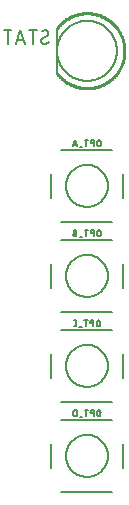
<source format=gbr>
G04 EAGLE Gerber X2 export*
%TF.Part,Single*%
%TF.FileFunction,Legend,Bot,1*%
%TF.FilePolarity,Positive*%
%TF.GenerationSoftware,Autodesk,EAGLE,8.7.0*%
%TF.CreationDate,2018-05-28T14:24:44Z*%
G75*
%MOMM*%
%FSLAX34Y34*%
%LPD*%
%AMOC8*
5,1,8,0,0,1.08239X$1,22.5*%
G01*
%ADD10C,0.203200*%
%ADD11C,0.127000*%
%ADD12C,0.254000*%
%ADD13C,0.152400*%


D10*
X130810Y462280D02*
X173990Y462280D01*
X173990Y401320D02*
X130810Y401320D01*
X121920Y421640D02*
X121920Y441780D01*
X182880Y442080D02*
X182880Y421640D01*
X134620Y431800D02*
X134625Y432236D01*
X134641Y432672D01*
X134668Y433108D01*
X134706Y433543D01*
X134754Y433976D01*
X134812Y434409D01*
X134882Y434840D01*
X134962Y435269D01*
X135052Y435696D01*
X135153Y436120D01*
X135264Y436542D01*
X135386Y436961D01*
X135517Y437377D01*
X135659Y437790D01*
X135811Y438199D01*
X135973Y438604D01*
X136145Y439005D01*
X136327Y439402D01*
X136518Y439794D01*
X136719Y440181D01*
X136930Y440564D01*
X137150Y440941D01*
X137379Y441312D01*
X137616Y441678D01*
X137863Y442038D01*
X138119Y442392D01*
X138383Y442739D01*
X138656Y443080D01*
X138937Y443413D01*
X139226Y443740D01*
X139523Y444060D01*
X139828Y444372D01*
X140140Y444677D01*
X140460Y444974D01*
X140787Y445263D01*
X141120Y445544D01*
X141461Y445817D01*
X141808Y446081D01*
X142162Y446337D01*
X142522Y446584D01*
X142888Y446821D01*
X143259Y447050D01*
X143636Y447270D01*
X144019Y447481D01*
X144406Y447682D01*
X144798Y447873D01*
X145195Y448055D01*
X145596Y448227D01*
X146001Y448389D01*
X146410Y448541D01*
X146823Y448683D01*
X147239Y448814D01*
X147658Y448936D01*
X148080Y449047D01*
X148504Y449148D01*
X148931Y449238D01*
X149360Y449318D01*
X149791Y449388D01*
X150224Y449446D01*
X150657Y449494D01*
X151092Y449532D01*
X151528Y449559D01*
X151964Y449575D01*
X152400Y449580D01*
X152836Y449575D01*
X153272Y449559D01*
X153708Y449532D01*
X154143Y449494D01*
X154576Y449446D01*
X155009Y449388D01*
X155440Y449318D01*
X155869Y449238D01*
X156296Y449148D01*
X156720Y449047D01*
X157142Y448936D01*
X157561Y448814D01*
X157977Y448683D01*
X158390Y448541D01*
X158799Y448389D01*
X159204Y448227D01*
X159605Y448055D01*
X160002Y447873D01*
X160394Y447682D01*
X160781Y447481D01*
X161164Y447270D01*
X161541Y447050D01*
X161912Y446821D01*
X162278Y446584D01*
X162638Y446337D01*
X162992Y446081D01*
X163339Y445817D01*
X163680Y445544D01*
X164013Y445263D01*
X164340Y444974D01*
X164660Y444677D01*
X164972Y444372D01*
X165277Y444060D01*
X165574Y443740D01*
X165863Y443413D01*
X166144Y443080D01*
X166417Y442739D01*
X166681Y442392D01*
X166937Y442038D01*
X167184Y441678D01*
X167421Y441312D01*
X167650Y440941D01*
X167870Y440564D01*
X168081Y440181D01*
X168282Y439794D01*
X168473Y439402D01*
X168655Y439005D01*
X168827Y438604D01*
X168989Y438199D01*
X169141Y437790D01*
X169283Y437377D01*
X169414Y436961D01*
X169536Y436542D01*
X169647Y436120D01*
X169748Y435696D01*
X169838Y435269D01*
X169918Y434840D01*
X169988Y434409D01*
X170046Y433976D01*
X170094Y433543D01*
X170132Y433108D01*
X170159Y432672D01*
X170175Y432236D01*
X170180Y431800D01*
X170175Y431364D01*
X170159Y430928D01*
X170132Y430492D01*
X170094Y430057D01*
X170046Y429624D01*
X169988Y429191D01*
X169918Y428760D01*
X169838Y428331D01*
X169748Y427904D01*
X169647Y427480D01*
X169536Y427058D01*
X169414Y426639D01*
X169283Y426223D01*
X169141Y425810D01*
X168989Y425401D01*
X168827Y424996D01*
X168655Y424595D01*
X168473Y424198D01*
X168282Y423806D01*
X168081Y423419D01*
X167870Y423036D01*
X167650Y422659D01*
X167421Y422288D01*
X167184Y421922D01*
X166937Y421562D01*
X166681Y421208D01*
X166417Y420861D01*
X166144Y420520D01*
X165863Y420187D01*
X165574Y419860D01*
X165277Y419540D01*
X164972Y419228D01*
X164660Y418923D01*
X164340Y418626D01*
X164013Y418337D01*
X163680Y418056D01*
X163339Y417783D01*
X162992Y417519D01*
X162638Y417263D01*
X162278Y417016D01*
X161912Y416779D01*
X161541Y416550D01*
X161164Y416330D01*
X160781Y416119D01*
X160394Y415918D01*
X160002Y415727D01*
X159605Y415545D01*
X159204Y415373D01*
X158799Y415211D01*
X158390Y415059D01*
X157977Y414917D01*
X157561Y414786D01*
X157142Y414664D01*
X156720Y414553D01*
X156296Y414452D01*
X155869Y414362D01*
X155440Y414282D01*
X155009Y414212D01*
X154576Y414154D01*
X154143Y414106D01*
X153708Y414068D01*
X153272Y414041D01*
X152836Y414025D01*
X152400Y414020D01*
X151964Y414025D01*
X151528Y414041D01*
X151092Y414068D01*
X150657Y414106D01*
X150224Y414154D01*
X149791Y414212D01*
X149360Y414282D01*
X148931Y414362D01*
X148504Y414452D01*
X148080Y414553D01*
X147658Y414664D01*
X147239Y414786D01*
X146823Y414917D01*
X146410Y415059D01*
X146001Y415211D01*
X145596Y415373D01*
X145195Y415545D01*
X144798Y415727D01*
X144406Y415918D01*
X144019Y416119D01*
X143636Y416330D01*
X143259Y416550D01*
X142888Y416779D01*
X142522Y417016D01*
X142162Y417263D01*
X141808Y417519D01*
X141461Y417783D01*
X141120Y418056D01*
X140787Y418337D01*
X140460Y418626D01*
X140140Y418923D01*
X139828Y419228D01*
X139523Y419540D01*
X139226Y419860D01*
X138937Y420187D01*
X138656Y420520D01*
X138383Y420861D01*
X138119Y421208D01*
X137863Y421562D01*
X137616Y421922D01*
X137379Y422288D01*
X137150Y422659D01*
X136930Y423036D01*
X136719Y423419D01*
X136518Y423806D01*
X136327Y424198D01*
X136145Y424595D01*
X135973Y424996D01*
X135811Y425401D01*
X135659Y425810D01*
X135517Y426223D01*
X135386Y426639D01*
X135264Y427058D01*
X135153Y427480D01*
X135052Y427904D01*
X134962Y428331D01*
X134882Y428760D01*
X134812Y429191D01*
X134754Y429624D01*
X134706Y430057D01*
X134668Y430492D01*
X134641Y430928D01*
X134625Y431364D01*
X134620Y431800D01*
D11*
X163933Y466796D02*
X163933Y468940D01*
X163931Y469011D01*
X163925Y469083D01*
X163916Y469153D01*
X163903Y469223D01*
X163886Y469293D01*
X163865Y469361D01*
X163841Y469428D01*
X163813Y469494D01*
X163782Y469558D01*
X163747Y469621D01*
X163709Y469681D01*
X163668Y469740D01*
X163624Y469796D01*
X163577Y469850D01*
X163528Y469901D01*
X163475Y469949D01*
X163420Y469995D01*
X163363Y470037D01*
X163303Y470077D01*
X163242Y470113D01*
X163178Y470146D01*
X163113Y470175D01*
X163047Y470201D01*
X162979Y470224D01*
X162910Y470243D01*
X162840Y470258D01*
X162770Y470269D01*
X162699Y470277D01*
X162628Y470281D01*
X162556Y470281D01*
X162485Y470277D01*
X162414Y470269D01*
X162344Y470258D01*
X162274Y470243D01*
X162205Y470224D01*
X162137Y470201D01*
X162071Y470175D01*
X162006Y470146D01*
X161942Y470113D01*
X161881Y470077D01*
X161821Y470037D01*
X161764Y469995D01*
X161709Y469949D01*
X161656Y469901D01*
X161607Y469850D01*
X161560Y469796D01*
X161516Y469740D01*
X161475Y469681D01*
X161437Y469621D01*
X161402Y469558D01*
X161371Y469494D01*
X161343Y469428D01*
X161319Y469361D01*
X161298Y469293D01*
X161281Y469223D01*
X161268Y469153D01*
X161259Y469083D01*
X161253Y469011D01*
X161251Y468940D01*
X161252Y468940D02*
X161252Y466796D01*
X161251Y466796D02*
X161253Y466725D01*
X161259Y466653D01*
X161268Y466583D01*
X161281Y466513D01*
X161298Y466443D01*
X161319Y466375D01*
X161343Y466308D01*
X161371Y466242D01*
X161402Y466178D01*
X161437Y466115D01*
X161475Y466055D01*
X161516Y465996D01*
X161560Y465940D01*
X161607Y465886D01*
X161656Y465835D01*
X161709Y465787D01*
X161764Y465741D01*
X161821Y465699D01*
X161881Y465659D01*
X161942Y465623D01*
X162006Y465590D01*
X162071Y465561D01*
X162137Y465535D01*
X162205Y465512D01*
X162274Y465493D01*
X162344Y465478D01*
X162414Y465467D01*
X162485Y465459D01*
X162556Y465455D01*
X162628Y465455D01*
X162699Y465459D01*
X162770Y465467D01*
X162840Y465478D01*
X162910Y465493D01*
X162979Y465512D01*
X163047Y465535D01*
X163113Y465561D01*
X163178Y465590D01*
X163242Y465623D01*
X163303Y465659D01*
X163363Y465699D01*
X163420Y465741D01*
X163475Y465787D01*
X163528Y465835D01*
X163577Y465886D01*
X163624Y465940D01*
X163668Y465996D01*
X163709Y466055D01*
X163747Y466115D01*
X163782Y466178D01*
X163813Y466242D01*
X163841Y466308D01*
X163865Y466375D01*
X163886Y466443D01*
X163903Y466513D01*
X163916Y466583D01*
X163925Y466653D01*
X163931Y466725D01*
X163933Y466796D01*
X158117Y465455D02*
X158117Y470281D01*
X156777Y470281D01*
X156706Y470279D01*
X156634Y470273D01*
X156564Y470264D01*
X156494Y470251D01*
X156424Y470234D01*
X156356Y470213D01*
X156289Y470189D01*
X156223Y470161D01*
X156159Y470130D01*
X156096Y470095D01*
X156036Y470057D01*
X155977Y470016D01*
X155921Y469972D01*
X155867Y469925D01*
X155816Y469876D01*
X155768Y469823D01*
X155722Y469768D01*
X155680Y469711D01*
X155640Y469651D01*
X155604Y469590D01*
X155571Y469526D01*
X155542Y469461D01*
X155516Y469395D01*
X155493Y469327D01*
X155474Y469258D01*
X155459Y469188D01*
X155448Y469118D01*
X155440Y469047D01*
X155436Y468976D01*
X155436Y468904D01*
X155440Y468833D01*
X155448Y468762D01*
X155459Y468692D01*
X155474Y468622D01*
X155493Y468553D01*
X155516Y468485D01*
X155542Y468419D01*
X155571Y468354D01*
X155604Y468290D01*
X155640Y468229D01*
X155680Y468169D01*
X155722Y468112D01*
X155768Y468057D01*
X155816Y468004D01*
X155867Y467955D01*
X155921Y467908D01*
X155977Y467864D01*
X156036Y467823D01*
X156096Y467785D01*
X156159Y467750D01*
X156223Y467719D01*
X156289Y467691D01*
X156356Y467667D01*
X156424Y467646D01*
X156494Y467629D01*
X156564Y467616D01*
X156634Y467607D01*
X156706Y467601D01*
X156777Y467599D01*
X156777Y467600D02*
X158117Y467600D01*
X151985Y465455D02*
X151985Y470281D01*
X150645Y470281D02*
X153326Y470281D01*
X148486Y464919D02*
X146341Y464919D01*
X144084Y465455D02*
X142476Y470281D01*
X140867Y465455D01*
X141269Y466662D02*
X143682Y466662D01*
D10*
X130810Y386080D02*
X173990Y386080D01*
X173990Y325120D02*
X130810Y325120D01*
X121920Y345440D02*
X121920Y365580D01*
X182880Y365880D02*
X182880Y345440D01*
X134620Y355600D02*
X134625Y356036D01*
X134641Y356472D01*
X134668Y356908D01*
X134706Y357343D01*
X134754Y357776D01*
X134812Y358209D01*
X134882Y358640D01*
X134962Y359069D01*
X135052Y359496D01*
X135153Y359920D01*
X135264Y360342D01*
X135386Y360761D01*
X135517Y361177D01*
X135659Y361590D01*
X135811Y361999D01*
X135973Y362404D01*
X136145Y362805D01*
X136327Y363202D01*
X136518Y363594D01*
X136719Y363981D01*
X136930Y364364D01*
X137150Y364741D01*
X137379Y365112D01*
X137616Y365478D01*
X137863Y365838D01*
X138119Y366192D01*
X138383Y366539D01*
X138656Y366880D01*
X138937Y367213D01*
X139226Y367540D01*
X139523Y367860D01*
X139828Y368172D01*
X140140Y368477D01*
X140460Y368774D01*
X140787Y369063D01*
X141120Y369344D01*
X141461Y369617D01*
X141808Y369881D01*
X142162Y370137D01*
X142522Y370384D01*
X142888Y370621D01*
X143259Y370850D01*
X143636Y371070D01*
X144019Y371281D01*
X144406Y371482D01*
X144798Y371673D01*
X145195Y371855D01*
X145596Y372027D01*
X146001Y372189D01*
X146410Y372341D01*
X146823Y372483D01*
X147239Y372614D01*
X147658Y372736D01*
X148080Y372847D01*
X148504Y372948D01*
X148931Y373038D01*
X149360Y373118D01*
X149791Y373188D01*
X150224Y373246D01*
X150657Y373294D01*
X151092Y373332D01*
X151528Y373359D01*
X151964Y373375D01*
X152400Y373380D01*
X152836Y373375D01*
X153272Y373359D01*
X153708Y373332D01*
X154143Y373294D01*
X154576Y373246D01*
X155009Y373188D01*
X155440Y373118D01*
X155869Y373038D01*
X156296Y372948D01*
X156720Y372847D01*
X157142Y372736D01*
X157561Y372614D01*
X157977Y372483D01*
X158390Y372341D01*
X158799Y372189D01*
X159204Y372027D01*
X159605Y371855D01*
X160002Y371673D01*
X160394Y371482D01*
X160781Y371281D01*
X161164Y371070D01*
X161541Y370850D01*
X161912Y370621D01*
X162278Y370384D01*
X162638Y370137D01*
X162992Y369881D01*
X163339Y369617D01*
X163680Y369344D01*
X164013Y369063D01*
X164340Y368774D01*
X164660Y368477D01*
X164972Y368172D01*
X165277Y367860D01*
X165574Y367540D01*
X165863Y367213D01*
X166144Y366880D01*
X166417Y366539D01*
X166681Y366192D01*
X166937Y365838D01*
X167184Y365478D01*
X167421Y365112D01*
X167650Y364741D01*
X167870Y364364D01*
X168081Y363981D01*
X168282Y363594D01*
X168473Y363202D01*
X168655Y362805D01*
X168827Y362404D01*
X168989Y361999D01*
X169141Y361590D01*
X169283Y361177D01*
X169414Y360761D01*
X169536Y360342D01*
X169647Y359920D01*
X169748Y359496D01*
X169838Y359069D01*
X169918Y358640D01*
X169988Y358209D01*
X170046Y357776D01*
X170094Y357343D01*
X170132Y356908D01*
X170159Y356472D01*
X170175Y356036D01*
X170180Y355600D01*
X170175Y355164D01*
X170159Y354728D01*
X170132Y354292D01*
X170094Y353857D01*
X170046Y353424D01*
X169988Y352991D01*
X169918Y352560D01*
X169838Y352131D01*
X169748Y351704D01*
X169647Y351280D01*
X169536Y350858D01*
X169414Y350439D01*
X169283Y350023D01*
X169141Y349610D01*
X168989Y349201D01*
X168827Y348796D01*
X168655Y348395D01*
X168473Y347998D01*
X168282Y347606D01*
X168081Y347219D01*
X167870Y346836D01*
X167650Y346459D01*
X167421Y346088D01*
X167184Y345722D01*
X166937Y345362D01*
X166681Y345008D01*
X166417Y344661D01*
X166144Y344320D01*
X165863Y343987D01*
X165574Y343660D01*
X165277Y343340D01*
X164972Y343028D01*
X164660Y342723D01*
X164340Y342426D01*
X164013Y342137D01*
X163680Y341856D01*
X163339Y341583D01*
X162992Y341319D01*
X162638Y341063D01*
X162278Y340816D01*
X161912Y340579D01*
X161541Y340350D01*
X161164Y340130D01*
X160781Y339919D01*
X160394Y339718D01*
X160002Y339527D01*
X159605Y339345D01*
X159204Y339173D01*
X158799Y339011D01*
X158390Y338859D01*
X157977Y338717D01*
X157561Y338586D01*
X157142Y338464D01*
X156720Y338353D01*
X156296Y338252D01*
X155869Y338162D01*
X155440Y338082D01*
X155009Y338012D01*
X154576Y337954D01*
X154143Y337906D01*
X153708Y337868D01*
X153272Y337841D01*
X152836Y337825D01*
X152400Y337820D01*
X151964Y337825D01*
X151528Y337841D01*
X151092Y337868D01*
X150657Y337906D01*
X150224Y337954D01*
X149791Y338012D01*
X149360Y338082D01*
X148931Y338162D01*
X148504Y338252D01*
X148080Y338353D01*
X147658Y338464D01*
X147239Y338586D01*
X146823Y338717D01*
X146410Y338859D01*
X146001Y339011D01*
X145596Y339173D01*
X145195Y339345D01*
X144798Y339527D01*
X144406Y339718D01*
X144019Y339919D01*
X143636Y340130D01*
X143259Y340350D01*
X142888Y340579D01*
X142522Y340816D01*
X142162Y341063D01*
X141808Y341319D01*
X141461Y341583D01*
X141120Y341856D01*
X140787Y342137D01*
X140460Y342426D01*
X140140Y342723D01*
X139828Y343028D01*
X139523Y343340D01*
X139226Y343660D01*
X138937Y343987D01*
X138656Y344320D01*
X138383Y344661D01*
X138119Y345008D01*
X137863Y345362D01*
X137616Y345722D01*
X137379Y346088D01*
X137150Y346459D01*
X136930Y346836D01*
X136719Y347219D01*
X136518Y347606D01*
X136327Y347998D01*
X136145Y348395D01*
X135973Y348796D01*
X135811Y349201D01*
X135659Y349610D01*
X135517Y350023D01*
X135386Y350439D01*
X135264Y350858D01*
X135153Y351280D01*
X135052Y351704D01*
X134962Y352131D01*
X134882Y352560D01*
X134812Y352991D01*
X134754Y353424D01*
X134706Y353857D01*
X134668Y354292D01*
X134641Y354728D01*
X134625Y355164D01*
X134620Y355600D01*
D11*
X163964Y390596D02*
X163964Y392740D01*
X163962Y392811D01*
X163956Y392883D01*
X163947Y392953D01*
X163934Y393023D01*
X163917Y393093D01*
X163896Y393161D01*
X163872Y393228D01*
X163844Y393294D01*
X163813Y393358D01*
X163778Y393421D01*
X163740Y393481D01*
X163699Y393540D01*
X163655Y393596D01*
X163608Y393650D01*
X163559Y393701D01*
X163506Y393749D01*
X163451Y393795D01*
X163394Y393837D01*
X163334Y393877D01*
X163273Y393913D01*
X163209Y393946D01*
X163144Y393975D01*
X163078Y394001D01*
X163010Y394024D01*
X162941Y394043D01*
X162871Y394058D01*
X162801Y394069D01*
X162730Y394077D01*
X162659Y394081D01*
X162587Y394081D01*
X162516Y394077D01*
X162445Y394069D01*
X162375Y394058D01*
X162305Y394043D01*
X162236Y394024D01*
X162168Y394001D01*
X162102Y393975D01*
X162037Y393946D01*
X161973Y393913D01*
X161912Y393877D01*
X161852Y393837D01*
X161795Y393795D01*
X161740Y393749D01*
X161687Y393701D01*
X161638Y393650D01*
X161591Y393596D01*
X161547Y393540D01*
X161506Y393481D01*
X161468Y393421D01*
X161433Y393358D01*
X161402Y393294D01*
X161374Y393228D01*
X161350Y393161D01*
X161329Y393093D01*
X161312Y393023D01*
X161299Y392953D01*
X161290Y392883D01*
X161284Y392811D01*
X161282Y392740D01*
X161282Y390596D01*
X161284Y390525D01*
X161290Y390453D01*
X161299Y390383D01*
X161312Y390313D01*
X161329Y390243D01*
X161350Y390175D01*
X161374Y390108D01*
X161402Y390042D01*
X161433Y389978D01*
X161468Y389915D01*
X161506Y389855D01*
X161547Y389796D01*
X161591Y389740D01*
X161638Y389686D01*
X161687Y389635D01*
X161740Y389587D01*
X161795Y389541D01*
X161852Y389499D01*
X161912Y389459D01*
X161973Y389423D01*
X162037Y389390D01*
X162102Y389361D01*
X162168Y389335D01*
X162236Y389312D01*
X162305Y389293D01*
X162375Y389278D01*
X162445Y389267D01*
X162516Y389259D01*
X162587Y389255D01*
X162659Y389255D01*
X162730Y389259D01*
X162801Y389267D01*
X162871Y389278D01*
X162941Y389293D01*
X163010Y389312D01*
X163078Y389335D01*
X163144Y389361D01*
X163209Y389390D01*
X163273Y389423D01*
X163334Y389459D01*
X163394Y389499D01*
X163451Y389541D01*
X163506Y389587D01*
X163559Y389635D01*
X163608Y389686D01*
X163655Y389740D01*
X163699Y389796D01*
X163740Y389855D01*
X163778Y389915D01*
X163813Y389978D01*
X163844Y390042D01*
X163872Y390108D01*
X163896Y390175D01*
X163917Y390243D01*
X163934Y390313D01*
X163947Y390383D01*
X163956Y390453D01*
X163962Y390525D01*
X163964Y390596D01*
X158148Y389255D02*
X158148Y394081D01*
X156807Y394081D01*
X156736Y394079D01*
X156664Y394073D01*
X156594Y394064D01*
X156524Y394051D01*
X156454Y394034D01*
X156386Y394013D01*
X156319Y393989D01*
X156253Y393961D01*
X156189Y393930D01*
X156126Y393895D01*
X156066Y393857D01*
X156007Y393816D01*
X155951Y393772D01*
X155897Y393725D01*
X155846Y393676D01*
X155798Y393623D01*
X155752Y393568D01*
X155710Y393511D01*
X155670Y393451D01*
X155634Y393390D01*
X155601Y393326D01*
X155572Y393261D01*
X155546Y393195D01*
X155523Y393127D01*
X155504Y393058D01*
X155489Y392988D01*
X155478Y392918D01*
X155470Y392847D01*
X155466Y392776D01*
X155466Y392704D01*
X155470Y392633D01*
X155478Y392562D01*
X155489Y392492D01*
X155504Y392422D01*
X155523Y392353D01*
X155546Y392285D01*
X155572Y392219D01*
X155601Y392154D01*
X155634Y392090D01*
X155670Y392029D01*
X155710Y391969D01*
X155752Y391912D01*
X155798Y391857D01*
X155846Y391804D01*
X155897Y391755D01*
X155951Y391708D01*
X156007Y391664D01*
X156066Y391623D01*
X156126Y391585D01*
X156189Y391550D01*
X156253Y391519D01*
X156319Y391491D01*
X156386Y391467D01*
X156454Y391446D01*
X156524Y391429D01*
X156594Y391416D01*
X156664Y391407D01*
X156736Y391401D01*
X156807Y391399D01*
X156807Y391400D02*
X158148Y391400D01*
X152016Y389255D02*
X152016Y394081D01*
X153357Y394081D02*
X150675Y394081D01*
X148517Y388719D02*
X146372Y388719D01*
X143518Y391936D02*
X142177Y391936D01*
X142177Y391937D02*
X142106Y391935D01*
X142034Y391929D01*
X141964Y391920D01*
X141894Y391907D01*
X141824Y391890D01*
X141756Y391869D01*
X141689Y391845D01*
X141623Y391817D01*
X141559Y391786D01*
X141496Y391751D01*
X141436Y391713D01*
X141377Y391672D01*
X141321Y391628D01*
X141267Y391581D01*
X141216Y391532D01*
X141168Y391479D01*
X141122Y391424D01*
X141080Y391367D01*
X141040Y391307D01*
X141004Y391246D01*
X140971Y391182D01*
X140942Y391117D01*
X140916Y391051D01*
X140893Y390983D01*
X140874Y390914D01*
X140859Y390844D01*
X140848Y390774D01*
X140840Y390703D01*
X140836Y390632D01*
X140836Y390560D01*
X140840Y390489D01*
X140848Y390418D01*
X140859Y390348D01*
X140874Y390278D01*
X140893Y390209D01*
X140916Y390141D01*
X140942Y390075D01*
X140971Y390010D01*
X141004Y389946D01*
X141040Y389885D01*
X141080Y389825D01*
X141122Y389768D01*
X141168Y389713D01*
X141216Y389660D01*
X141267Y389611D01*
X141321Y389564D01*
X141377Y389520D01*
X141436Y389479D01*
X141496Y389441D01*
X141559Y389406D01*
X141623Y389375D01*
X141689Y389347D01*
X141756Y389323D01*
X141824Y389302D01*
X141894Y389285D01*
X141964Y389272D01*
X142034Y389263D01*
X142106Y389257D01*
X142177Y389255D01*
X143518Y389255D01*
X143518Y394081D01*
X142177Y394081D01*
X142112Y394079D01*
X142048Y394073D01*
X141984Y394063D01*
X141920Y394050D01*
X141858Y394032D01*
X141797Y394011D01*
X141737Y393987D01*
X141679Y393958D01*
X141622Y393926D01*
X141568Y393891D01*
X141516Y393853D01*
X141466Y393811D01*
X141419Y393767D01*
X141375Y393720D01*
X141333Y393670D01*
X141295Y393618D01*
X141260Y393564D01*
X141228Y393507D01*
X141199Y393449D01*
X141175Y393389D01*
X141154Y393328D01*
X141136Y393266D01*
X141123Y393202D01*
X141113Y393138D01*
X141107Y393074D01*
X141105Y393009D01*
X141107Y392944D01*
X141113Y392880D01*
X141123Y392816D01*
X141136Y392752D01*
X141154Y392690D01*
X141175Y392629D01*
X141199Y392569D01*
X141228Y392511D01*
X141260Y392454D01*
X141295Y392400D01*
X141333Y392348D01*
X141375Y392298D01*
X141419Y392251D01*
X141466Y392207D01*
X141516Y392165D01*
X141568Y392127D01*
X141622Y392092D01*
X141679Y392060D01*
X141737Y392031D01*
X141797Y392007D01*
X141858Y391986D01*
X141920Y391968D01*
X141984Y391955D01*
X142048Y391945D01*
X142112Y391939D01*
X142177Y391937D01*
D10*
X130810Y309880D02*
X173990Y309880D01*
X173990Y248920D02*
X130810Y248920D01*
X121920Y269240D02*
X121920Y289380D01*
X182880Y289680D02*
X182880Y269240D01*
X134620Y279400D02*
X134625Y279836D01*
X134641Y280272D01*
X134668Y280708D01*
X134706Y281143D01*
X134754Y281576D01*
X134812Y282009D01*
X134882Y282440D01*
X134962Y282869D01*
X135052Y283296D01*
X135153Y283720D01*
X135264Y284142D01*
X135386Y284561D01*
X135517Y284977D01*
X135659Y285390D01*
X135811Y285799D01*
X135973Y286204D01*
X136145Y286605D01*
X136327Y287002D01*
X136518Y287394D01*
X136719Y287781D01*
X136930Y288164D01*
X137150Y288541D01*
X137379Y288912D01*
X137616Y289278D01*
X137863Y289638D01*
X138119Y289992D01*
X138383Y290339D01*
X138656Y290680D01*
X138937Y291013D01*
X139226Y291340D01*
X139523Y291660D01*
X139828Y291972D01*
X140140Y292277D01*
X140460Y292574D01*
X140787Y292863D01*
X141120Y293144D01*
X141461Y293417D01*
X141808Y293681D01*
X142162Y293937D01*
X142522Y294184D01*
X142888Y294421D01*
X143259Y294650D01*
X143636Y294870D01*
X144019Y295081D01*
X144406Y295282D01*
X144798Y295473D01*
X145195Y295655D01*
X145596Y295827D01*
X146001Y295989D01*
X146410Y296141D01*
X146823Y296283D01*
X147239Y296414D01*
X147658Y296536D01*
X148080Y296647D01*
X148504Y296748D01*
X148931Y296838D01*
X149360Y296918D01*
X149791Y296988D01*
X150224Y297046D01*
X150657Y297094D01*
X151092Y297132D01*
X151528Y297159D01*
X151964Y297175D01*
X152400Y297180D01*
X152836Y297175D01*
X153272Y297159D01*
X153708Y297132D01*
X154143Y297094D01*
X154576Y297046D01*
X155009Y296988D01*
X155440Y296918D01*
X155869Y296838D01*
X156296Y296748D01*
X156720Y296647D01*
X157142Y296536D01*
X157561Y296414D01*
X157977Y296283D01*
X158390Y296141D01*
X158799Y295989D01*
X159204Y295827D01*
X159605Y295655D01*
X160002Y295473D01*
X160394Y295282D01*
X160781Y295081D01*
X161164Y294870D01*
X161541Y294650D01*
X161912Y294421D01*
X162278Y294184D01*
X162638Y293937D01*
X162992Y293681D01*
X163339Y293417D01*
X163680Y293144D01*
X164013Y292863D01*
X164340Y292574D01*
X164660Y292277D01*
X164972Y291972D01*
X165277Y291660D01*
X165574Y291340D01*
X165863Y291013D01*
X166144Y290680D01*
X166417Y290339D01*
X166681Y289992D01*
X166937Y289638D01*
X167184Y289278D01*
X167421Y288912D01*
X167650Y288541D01*
X167870Y288164D01*
X168081Y287781D01*
X168282Y287394D01*
X168473Y287002D01*
X168655Y286605D01*
X168827Y286204D01*
X168989Y285799D01*
X169141Y285390D01*
X169283Y284977D01*
X169414Y284561D01*
X169536Y284142D01*
X169647Y283720D01*
X169748Y283296D01*
X169838Y282869D01*
X169918Y282440D01*
X169988Y282009D01*
X170046Y281576D01*
X170094Y281143D01*
X170132Y280708D01*
X170159Y280272D01*
X170175Y279836D01*
X170180Y279400D01*
X170175Y278964D01*
X170159Y278528D01*
X170132Y278092D01*
X170094Y277657D01*
X170046Y277224D01*
X169988Y276791D01*
X169918Y276360D01*
X169838Y275931D01*
X169748Y275504D01*
X169647Y275080D01*
X169536Y274658D01*
X169414Y274239D01*
X169283Y273823D01*
X169141Y273410D01*
X168989Y273001D01*
X168827Y272596D01*
X168655Y272195D01*
X168473Y271798D01*
X168282Y271406D01*
X168081Y271019D01*
X167870Y270636D01*
X167650Y270259D01*
X167421Y269888D01*
X167184Y269522D01*
X166937Y269162D01*
X166681Y268808D01*
X166417Y268461D01*
X166144Y268120D01*
X165863Y267787D01*
X165574Y267460D01*
X165277Y267140D01*
X164972Y266828D01*
X164660Y266523D01*
X164340Y266226D01*
X164013Y265937D01*
X163680Y265656D01*
X163339Y265383D01*
X162992Y265119D01*
X162638Y264863D01*
X162278Y264616D01*
X161912Y264379D01*
X161541Y264150D01*
X161164Y263930D01*
X160781Y263719D01*
X160394Y263518D01*
X160002Y263327D01*
X159605Y263145D01*
X159204Y262973D01*
X158799Y262811D01*
X158390Y262659D01*
X157977Y262517D01*
X157561Y262386D01*
X157142Y262264D01*
X156720Y262153D01*
X156296Y262052D01*
X155869Y261962D01*
X155440Y261882D01*
X155009Y261812D01*
X154576Y261754D01*
X154143Y261706D01*
X153708Y261668D01*
X153272Y261641D01*
X152836Y261625D01*
X152400Y261620D01*
X151964Y261625D01*
X151528Y261641D01*
X151092Y261668D01*
X150657Y261706D01*
X150224Y261754D01*
X149791Y261812D01*
X149360Y261882D01*
X148931Y261962D01*
X148504Y262052D01*
X148080Y262153D01*
X147658Y262264D01*
X147239Y262386D01*
X146823Y262517D01*
X146410Y262659D01*
X146001Y262811D01*
X145596Y262973D01*
X145195Y263145D01*
X144798Y263327D01*
X144406Y263518D01*
X144019Y263719D01*
X143636Y263930D01*
X143259Y264150D01*
X142888Y264379D01*
X142522Y264616D01*
X142162Y264863D01*
X141808Y265119D01*
X141461Y265383D01*
X141120Y265656D01*
X140787Y265937D01*
X140460Y266226D01*
X140140Y266523D01*
X139828Y266828D01*
X139523Y267140D01*
X139226Y267460D01*
X138937Y267787D01*
X138656Y268120D01*
X138383Y268461D01*
X138119Y268808D01*
X137863Y269162D01*
X137616Y269522D01*
X137379Y269888D01*
X137150Y270259D01*
X136930Y270636D01*
X136719Y271019D01*
X136518Y271406D01*
X136327Y271798D01*
X136145Y272195D01*
X135973Y272596D01*
X135811Y273001D01*
X135659Y273410D01*
X135517Y273823D01*
X135386Y274239D01*
X135264Y274658D01*
X135153Y275080D01*
X135052Y275504D01*
X134962Y275931D01*
X134882Y276360D01*
X134812Y276791D01*
X134754Y277224D01*
X134706Y277657D01*
X134668Y278092D01*
X134641Y278528D01*
X134625Y278964D01*
X134620Y279400D01*
D11*
X163516Y314396D02*
X163516Y316540D01*
X163517Y316540D02*
X163515Y316611D01*
X163509Y316683D01*
X163500Y316753D01*
X163487Y316823D01*
X163470Y316893D01*
X163449Y316961D01*
X163425Y317028D01*
X163397Y317094D01*
X163366Y317158D01*
X163331Y317221D01*
X163293Y317281D01*
X163252Y317340D01*
X163208Y317396D01*
X163161Y317450D01*
X163112Y317501D01*
X163059Y317549D01*
X163004Y317595D01*
X162947Y317637D01*
X162887Y317677D01*
X162826Y317713D01*
X162762Y317746D01*
X162697Y317775D01*
X162631Y317801D01*
X162563Y317824D01*
X162494Y317843D01*
X162424Y317858D01*
X162354Y317869D01*
X162283Y317877D01*
X162212Y317881D01*
X162140Y317881D01*
X162069Y317877D01*
X161998Y317869D01*
X161928Y317858D01*
X161858Y317843D01*
X161789Y317824D01*
X161721Y317801D01*
X161655Y317775D01*
X161590Y317746D01*
X161526Y317713D01*
X161465Y317677D01*
X161405Y317637D01*
X161348Y317595D01*
X161293Y317549D01*
X161240Y317501D01*
X161191Y317450D01*
X161144Y317396D01*
X161100Y317340D01*
X161059Y317281D01*
X161021Y317221D01*
X160986Y317158D01*
X160955Y317094D01*
X160927Y317028D01*
X160903Y316961D01*
X160882Y316893D01*
X160865Y316823D01*
X160852Y316753D01*
X160843Y316683D01*
X160837Y316611D01*
X160835Y316540D01*
X160835Y314396D01*
X160837Y314325D01*
X160843Y314253D01*
X160852Y314183D01*
X160865Y314113D01*
X160882Y314043D01*
X160903Y313975D01*
X160927Y313908D01*
X160955Y313842D01*
X160986Y313778D01*
X161021Y313715D01*
X161059Y313655D01*
X161100Y313596D01*
X161144Y313540D01*
X161191Y313486D01*
X161240Y313435D01*
X161293Y313387D01*
X161348Y313341D01*
X161405Y313299D01*
X161465Y313259D01*
X161526Y313223D01*
X161590Y313190D01*
X161655Y313161D01*
X161721Y313135D01*
X161789Y313112D01*
X161858Y313093D01*
X161928Y313078D01*
X161998Y313067D01*
X162069Y313059D01*
X162140Y313055D01*
X162212Y313055D01*
X162283Y313059D01*
X162354Y313067D01*
X162424Y313078D01*
X162494Y313093D01*
X162563Y313112D01*
X162631Y313135D01*
X162697Y313161D01*
X162762Y313190D01*
X162826Y313223D01*
X162887Y313259D01*
X162947Y313299D01*
X163004Y313341D01*
X163059Y313387D01*
X163112Y313435D01*
X163161Y313486D01*
X163208Y313540D01*
X163252Y313596D01*
X163293Y313655D01*
X163331Y313715D01*
X163366Y313778D01*
X163397Y313842D01*
X163425Y313908D01*
X163449Y313975D01*
X163470Y314043D01*
X163487Y314113D01*
X163500Y314183D01*
X163509Y314253D01*
X163515Y314325D01*
X163517Y314396D01*
X157701Y313055D02*
X157701Y317881D01*
X156360Y317881D01*
X156289Y317879D01*
X156217Y317873D01*
X156147Y317864D01*
X156077Y317851D01*
X156007Y317834D01*
X155939Y317813D01*
X155872Y317789D01*
X155806Y317761D01*
X155742Y317730D01*
X155679Y317695D01*
X155619Y317657D01*
X155560Y317616D01*
X155504Y317572D01*
X155450Y317525D01*
X155399Y317476D01*
X155351Y317423D01*
X155305Y317368D01*
X155263Y317311D01*
X155223Y317251D01*
X155187Y317190D01*
X155154Y317126D01*
X155125Y317061D01*
X155099Y316995D01*
X155076Y316927D01*
X155057Y316858D01*
X155042Y316788D01*
X155031Y316718D01*
X155023Y316647D01*
X155019Y316576D01*
X155019Y316504D01*
X155023Y316433D01*
X155031Y316362D01*
X155042Y316292D01*
X155057Y316222D01*
X155076Y316153D01*
X155099Y316085D01*
X155125Y316019D01*
X155154Y315954D01*
X155187Y315890D01*
X155223Y315829D01*
X155263Y315769D01*
X155305Y315712D01*
X155351Y315657D01*
X155399Y315604D01*
X155450Y315555D01*
X155504Y315508D01*
X155560Y315464D01*
X155619Y315423D01*
X155679Y315385D01*
X155742Y315350D01*
X155806Y315319D01*
X155872Y315291D01*
X155939Y315267D01*
X156007Y315246D01*
X156077Y315229D01*
X156147Y315216D01*
X156217Y315207D01*
X156289Y315201D01*
X156360Y315199D01*
X156360Y315200D02*
X157701Y315200D01*
X151569Y313055D02*
X151569Y317881D01*
X152909Y317881D02*
X150228Y317881D01*
X148069Y312519D02*
X145924Y312519D01*
X142356Y313055D02*
X141284Y313055D01*
X142356Y313055D02*
X142421Y313057D01*
X142485Y313063D01*
X142549Y313073D01*
X142613Y313086D01*
X142675Y313104D01*
X142736Y313125D01*
X142796Y313149D01*
X142854Y313178D01*
X142911Y313210D01*
X142965Y313245D01*
X143017Y313283D01*
X143067Y313325D01*
X143114Y313369D01*
X143158Y313416D01*
X143200Y313466D01*
X143238Y313518D01*
X143273Y313572D01*
X143305Y313629D01*
X143334Y313687D01*
X143358Y313747D01*
X143379Y313808D01*
X143397Y313870D01*
X143410Y313934D01*
X143420Y313998D01*
X143426Y314062D01*
X143428Y314127D01*
X143428Y316809D01*
X143426Y316874D01*
X143420Y316938D01*
X143410Y317002D01*
X143397Y317066D01*
X143379Y317128D01*
X143358Y317189D01*
X143334Y317249D01*
X143305Y317307D01*
X143273Y317364D01*
X143238Y317418D01*
X143200Y317470D01*
X143158Y317520D01*
X143114Y317567D01*
X143067Y317611D01*
X143017Y317653D01*
X142965Y317691D01*
X142911Y317726D01*
X142854Y317758D01*
X142796Y317787D01*
X142736Y317811D01*
X142675Y317832D01*
X142613Y317850D01*
X142549Y317863D01*
X142485Y317873D01*
X142421Y317879D01*
X142356Y317881D01*
X141284Y317881D01*
D10*
X130810Y233680D02*
X173990Y233680D01*
X173990Y172720D02*
X130810Y172720D01*
X121920Y193040D02*
X121920Y213180D01*
X182880Y213480D02*
X182880Y193040D01*
X134620Y203200D02*
X134625Y203636D01*
X134641Y204072D01*
X134668Y204508D01*
X134706Y204943D01*
X134754Y205376D01*
X134812Y205809D01*
X134882Y206240D01*
X134962Y206669D01*
X135052Y207096D01*
X135153Y207520D01*
X135264Y207942D01*
X135386Y208361D01*
X135517Y208777D01*
X135659Y209190D01*
X135811Y209599D01*
X135973Y210004D01*
X136145Y210405D01*
X136327Y210802D01*
X136518Y211194D01*
X136719Y211581D01*
X136930Y211964D01*
X137150Y212341D01*
X137379Y212712D01*
X137616Y213078D01*
X137863Y213438D01*
X138119Y213792D01*
X138383Y214139D01*
X138656Y214480D01*
X138937Y214813D01*
X139226Y215140D01*
X139523Y215460D01*
X139828Y215772D01*
X140140Y216077D01*
X140460Y216374D01*
X140787Y216663D01*
X141120Y216944D01*
X141461Y217217D01*
X141808Y217481D01*
X142162Y217737D01*
X142522Y217984D01*
X142888Y218221D01*
X143259Y218450D01*
X143636Y218670D01*
X144019Y218881D01*
X144406Y219082D01*
X144798Y219273D01*
X145195Y219455D01*
X145596Y219627D01*
X146001Y219789D01*
X146410Y219941D01*
X146823Y220083D01*
X147239Y220214D01*
X147658Y220336D01*
X148080Y220447D01*
X148504Y220548D01*
X148931Y220638D01*
X149360Y220718D01*
X149791Y220788D01*
X150224Y220846D01*
X150657Y220894D01*
X151092Y220932D01*
X151528Y220959D01*
X151964Y220975D01*
X152400Y220980D01*
X152836Y220975D01*
X153272Y220959D01*
X153708Y220932D01*
X154143Y220894D01*
X154576Y220846D01*
X155009Y220788D01*
X155440Y220718D01*
X155869Y220638D01*
X156296Y220548D01*
X156720Y220447D01*
X157142Y220336D01*
X157561Y220214D01*
X157977Y220083D01*
X158390Y219941D01*
X158799Y219789D01*
X159204Y219627D01*
X159605Y219455D01*
X160002Y219273D01*
X160394Y219082D01*
X160781Y218881D01*
X161164Y218670D01*
X161541Y218450D01*
X161912Y218221D01*
X162278Y217984D01*
X162638Y217737D01*
X162992Y217481D01*
X163339Y217217D01*
X163680Y216944D01*
X164013Y216663D01*
X164340Y216374D01*
X164660Y216077D01*
X164972Y215772D01*
X165277Y215460D01*
X165574Y215140D01*
X165863Y214813D01*
X166144Y214480D01*
X166417Y214139D01*
X166681Y213792D01*
X166937Y213438D01*
X167184Y213078D01*
X167421Y212712D01*
X167650Y212341D01*
X167870Y211964D01*
X168081Y211581D01*
X168282Y211194D01*
X168473Y210802D01*
X168655Y210405D01*
X168827Y210004D01*
X168989Y209599D01*
X169141Y209190D01*
X169283Y208777D01*
X169414Y208361D01*
X169536Y207942D01*
X169647Y207520D01*
X169748Y207096D01*
X169838Y206669D01*
X169918Y206240D01*
X169988Y205809D01*
X170046Y205376D01*
X170094Y204943D01*
X170132Y204508D01*
X170159Y204072D01*
X170175Y203636D01*
X170180Y203200D01*
X170175Y202764D01*
X170159Y202328D01*
X170132Y201892D01*
X170094Y201457D01*
X170046Y201024D01*
X169988Y200591D01*
X169918Y200160D01*
X169838Y199731D01*
X169748Y199304D01*
X169647Y198880D01*
X169536Y198458D01*
X169414Y198039D01*
X169283Y197623D01*
X169141Y197210D01*
X168989Y196801D01*
X168827Y196396D01*
X168655Y195995D01*
X168473Y195598D01*
X168282Y195206D01*
X168081Y194819D01*
X167870Y194436D01*
X167650Y194059D01*
X167421Y193688D01*
X167184Y193322D01*
X166937Y192962D01*
X166681Y192608D01*
X166417Y192261D01*
X166144Y191920D01*
X165863Y191587D01*
X165574Y191260D01*
X165277Y190940D01*
X164972Y190628D01*
X164660Y190323D01*
X164340Y190026D01*
X164013Y189737D01*
X163680Y189456D01*
X163339Y189183D01*
X162992Y188919D01*
X162638Y188663D01*
X162278Y188416D01*
X161912Y188179D01*
X161541Y187950D01*
X161164Y187730D01*
X160781Y187519D01*
X160394Y187318D01*
X160002Y187127D01*
X159605Y186945D01*
X159204Y186773D01*
X158799Y186611D01*
X158390Y186459D01*
X157977Y186317D01*
X157561Y186186D01*
X157142Y186064D01*
X156720Y185953D01*
X156296Y185852D01*
X155869Y185762D01*
X155440Y185682D01*
X155009Y185612D01*
X154576Y185554D01*
X154143Y185506D01*
X153708Y185468D01*
X153272Y185441D01*
X152836Y185425D01*
X152400Y185420D01*
X151964Y185425D01*
X151528Y185441D01*
X151092Y185468D01*
X150657Y185506D01*
X150224Y185554D01*
X149791Y185612D01*
X149360Y185682D01*
X148931Y185762D01*
X148504Y185852D01*
X148080Y185953D01*
X147658Y186064D01*
X147239Y186186D01*
X146823Y186317D01*
X146410Y186459D01*
X146001Y186611D01*
X145596Y186773D01*
X145195Y186945D01*
X144798Y187127D01*
X144406Y187318D01*
X144019Y187519D01*
X143636Y187730D01*
X143259Y187950D01*
X142888Y188179D01*
X142522Y188416D01*
X142162Y188663D01*
X141808Y188919D01*
X141461Y189183D01*
X141120Y189456D01*
X140787Y189737D01*
X140460Y190026D01*
X140140Y190323D01*
X139828Y190628D01*
X139523Y190940D01*
X139226Y191260D01*
X138937Y191587D01*
X138656Y191920D01*
X138383Y192261D01*
X138119Y192608D01*
X137863Y192962D01*
X137616Y193322D01*
X137379Y193688D01*
X137150Y194059D01*
X136930Y194436D01*
X136719Y194819D01*
X136518Y195206D01*
X136327Y195598D01*
X136145Y195995D01*
X135973Y196396D01*
X135811Y196801D01*
X135659Y197210D01*
X135517Y197623D01*
X135386Y198039D01*
X135264Y198458D01*
X135153Y198880D01*
X135052Y199304D01*
X134962Y199731D01*
X134882Y200160D01*
X134812Y200591D01*
X134754Y201024D01*
X134706Y201457D01*
X134668Y201892D01*
X134641Y202328D01*
X134625Y202764D01*
X134620Y203200D01*
D11*
X163890Y238196D02*
X163890Y240340D01*
X163891Y240340D02*
X163889Y240411D01*
X163883Y240483D01*
X163874Y240553D01*
X163861Y240623D01*
X163844Y240693D01*
X163823Y240761D01*
X163799Y240828D01*
X163771Y240894D01*
X163740Y240958D01*
X163705Y241021D01*
X163667Y241081D01*
X163626Y241140D01*
X163582Y241196D01*
X163535Y241250D01*
X163486Y241301D01*
X163433Y241349D01*
X163378Y241395D01*
X163321Y241437D01*
X163261Y241477D01*
X163200Y241513D01*
X163136Y241546D01*
X163071Y241575D01*
X163005Y241601D01*
X162937Y241624D01*
X162868Y241643D01*
X162798Y241658D01*
X162728Y241669D01*
X162657Y241677D01*
X162586Y241681D01*
X162514Y241681D01*
X162443Y241677D01*
X162372Y241669D01*
X162302Y241658D01*
X162232Y241643D01*
X162163Y241624D01*
X162095Y241601D01*
X162029Y241575D01*
X161964Y241546D01*
X161900Y241513D01*
X161839Y241477D01*
X161779Y241437D01*
X161722Y241395D01*
X161667Y241349D01*
X161614Y241301D01*
X161565Y241250D01*
X161518Y241196D01*
X161474Y241140D01*
X161433Y241081D01*
X161395Y241021D01*
X161360Y240958D01*
X161329Y240894D01*
X161301Y240828D01*
X161277Y240761D01*
X161256Y240693D01*
X161239Y240623D01*
X161226Y240553D01*
X161217Y240483D01*
X161211Y240411D01*
X161209Y240340D01*
X161209Y238196D01*
X161211Y238125D01*
X161217Y238053D01*
X161226Y237983D01*
X161239Y237913D01*
X161256Y237843D01*
X161277Y237775D01*
X161301Y237708D01*
X161329Y237642D01*
X161360Y237578D01*
X161395Y237515D01*
X161433Y237455D01*
X161474Y237396D01*
X161518Y237340D01*
X161565Y237286D01*
X161614Y237235D01*
X161667Y237187D01*
X161722Y237141D01*
X161779Y237099D01*
X161839Y237059D01*
X161900Y237023D01*
X161964Y236990D01*
X162029Y236961D01*
X162095Y236935D01*
X162163Y236912D01*
X162232Y236893D01*
X162302Y236878D01*
X162372Y236867D01*
X162443Y236859D01*
X162514Y236855D01*
X162586Y236855D01*
X162657Y236859D01*
X162728Y236867D01*
X162798Y236878D01*
X162868Y236893D01*
X162937Y236912D01*
X163005Y236935D01*
X163071Y236961D01*
X163136Y236990D01*
X163200Y237023D01*
X163261Y237059D01*
X163321Y237099D01*
X163378Y237141D01*
X163433Y237187D01*
X163486Y237235D01*
X163535Y237286D01*
X163582Y237340D01*
X163626Y237396D01*
X163667Y237455D01*
X163705Y237515D01*
X163740Y237578D01*
X163771Y237642D01*
X163799Y237708D01*
X163823Y237775D01*
X163844Y237843D01*
X163861Y237913D01*
X163874Y237983D01*
X163883Y238053D01*
X163889Y238125D01*
X163891Y238196D01*
X158075Y236855D02*
X158075Y241681D01*
X156734Y241681D01*
X156663Y241679D01*
X156591Y241673D01*
X156521Y241664D01*
X156451Y241651D01*
X156381Y241634D01*
X156313Y241613D01*
X156246Y241589D01*
X156180Y241561D01*
X156116Y241530D01*
X156053Y241495D01*
X155993Y241457D01*
X155934Y241416D01*
X155878Y241372D01*
X155824Y241325D01*
X155773Y241276D01*
X155725Y241223D01*
X155679Y241168D01*
X155637Y241111D01*
X155597Y241051D01*
X155561Y240990D01*
X155528Y240926D01*
X155499Y240861D01*
X155473Y240795D01*
X155450Y240727D01*
X155431Y240658D01*
X155416Y240588D01*
X155405Y240518D01*
X155397Y240447D01*
X155393Y240376D01*
X155393Y240304D01*
X155397Y240233D01*
X155405Y240162D01*
X155416Y240092D01*
X155431Y240022D01*
X155450Y239953D01*
X155473Y239885D01*
X155499Y239819D01*
X155528Y239754D01*
X155561Y239690D01*
X155597Y239629D01*
X155637Y239569D01*
X155679Y239512D01*
X155725Y239457D01*
X155773Y239404D01*
X155824Y239355D01*
X155878Y239308D01*
X155934Y239264D01*
X155993Y239223D01*
X156053Y239185D01*
X156116Y239150D01*
X156180Y239119D01*
X156246Y239091D01*
X156313Y239067D01*
X156381Y239046D01*
X156451Y239029D01*
X156521Y239016D01*
X156591Y239007D01*
X156663Y239001D01*
X156734Y238999D01*
X156734Y239000D02*
X158075Y239000D01*
X151943Y236855D02*
X151943Y241681D01*
X153283Y241681D02*
X150602Y241681D01*
X148443Y236319D02*
X146298Y236319D01*
X143591Y236855D02*
X143591Y241681D01*
X142250Y241681D01*
X142180Y241679D01*
X142110Y241674D01*
X142040Y241664D01*
X141971Y241652D01*
X141903Y241635D01*
X141836Y241615D01*
X141769Y241592D01*
X141705Y241565D01*
X141641Y241535D01*
X141580Y241501D01*
X141520Y241465D01*
X141462Y241425D01*
X141406Y241382D01*
X141353Y241337D01*
X141302Y241288D01*
X141253Y241237D01*
X141208Y241184D01*
X141165Y241128D01*
X141125Y241070D01*
X141089Y241011D01*
X141055Y240949D01*
X141025Y240885D01*
X140998Y240821D01*
X140975Y240754D01*
X140955Y240687D01*
X140938Y240619D01*
X140926Y240550D01*
X140916Y240480D01*
X140911Y240410D01*
X140909Y240340D01*
X140910Y240340D02*
X140910Y238196D01*
X140909Y238196D02*
X140911Y238126D01*
X140916Y238056D01*
X140926Y237986D01*
X140938Y237917D01*
X140955Y237849D01*
X140975Y237782D01*
X140998Y237715D01*
X141025Y237651D01*
X141055Y237587D01*
X141089Y237526D01*
X141125Y237466D01*
X141165Y237408D01*
X141208Y237352D01*
X141253Y237299D01*
X141302Y237248D01*
X141353Y237199D01*
X141406Y237154D01*
X141462Y237111D01*
X141520Y237071D01*
X141580Y237035D01*
X141641Y237001D01*
X141705Y236971D01*
X141769Y236944D01*
X141836Y236921D01*
X141903Y236901D01*
X141971Y236884D01*
X142040Y236872D01*
X142110Y236862D01*
X142180Y236857D01*
X142250Y236855D01*
X143591Y236855D01*
D10*
X127000Y527050D02*
X127000Y565150D01*
D12*
X127474Y565766D01*
X127963Y566371D01*
X128467Y566963D01*
X128985Y567543D01*
X129517Y568110D01*
X130063Y568664D01*
X130622Y569204D01*
X131195Y569730D01*
X131780Y570243D01*
X132377Y570740D01*
X132986Y571223D01*
X133607Y571691D01*
X134240Y572144D01*
X134883Y572581D01*
X135537Y573002D01*
X136201Y573406D01*
X136874Y573795D01*
X137557Y574167D01*
X138249Y574522D01*
X138949Y574860D01*
X139657Y575181D01*
X140373Y575484D01*
X141097Y575770D01*
X141826Y576038D01*
X142563Y576288D01*
X143305Y576519D01*
X144053Y576733D01*
X144805Y576928D01*
X145563Y577105D01*
X146324Y577263D01*
X147089Y577403D01*
X147857Y577523D01*
X148628Y577625D01*
X149401Y577708D01*
X150176Y577772D01*
X150952Y577817D01*
X151729Y577843D01*
X152507Y577850D01*
X153284Y577838D01*
X154061Y577807D01*
X154837Y577756D01*
X155612Y577687D01*
X156384Y577599D01*
X157154Y577492D01*
X157922Y577366D01*
X158686Y577222D01*
X159446Y577058D01*
X160202Y576876D01*
X160953Y576676D01*
X161700Y576458D01*
X162440Y576221D01*
X163175Y575966D01*
X163903Y575693D01*
X164624Y575402D01*
X165338Y575094D01*
X166044Y574769D01*
X166742Y574426D01*
X167432Y574066D01*
X168112Y573690D01*
X168783Y573297D01*
X169444Y572887D01*
X170095Y572462D01*
X170735Y572021D01*
X171364Y571564D01*
X171982Y571092D01*
X172588Y570605D01*
X173182Y570103D01*
X173764Y569587D01*
X174333Y569057D01*
X174888Y568513D01*
X175431Y567955D01*
X175959Y567385D01*
X176473Y566802D01*
X176973Y566206D01*
X177458Y565598D01*
X177928Y564979D01*
X178382Y564348D01*
X178821Y563706D01*
X179245Y563054D01*
X179652Y562391D01*
X180043Y561719D01*
X180417Y561037D01*
X180774Y560347D01*
X181114Y559648D01*
X181438Y558940D01*
X181743Y558226D01*
X182032Y557503D01*
X182302Y556774D01*
X182554Y556039D01*
X182789Y555297D01*
X183005Y554550D01*
X183203Y553798D01*
X183382Y553042D01*
X183543Y552281D01*
X183685Y551517D01*
X183808Y550749D01*
X183912Y549978D01*
X183998Y549205D01*
X184064Y548431D01*
X184112Y547655D01*
X184140Y546878D01*
X184150Y546100D01*
X184140Y545322D01*
X184112Y544545D01*
X184064Y543769D01*
X183998Y542995D01*
X183912Y542222D01*
X183808Y541451D01*
X183685Y540683D01*
X183543Y539919D01*
X183382Y539158D01*
X183203Y538402D01*
X183005Y537650D01*
X182789Y536903D01*
X182554Y536161D01*
X182302Y535426D01*
X182032Y534697D01*
X181743Y533974D01*
X181438Y533260D01*
X181114Y532552D01*
X180774Y531853D01*
X180417Y531163D01*
X180043Y530481D01*
X179652Y529809D01*
X179245Y529146D01*
X178821Y528494D01*
X178382Y527852D01*
X177928Y527221D01*
X177458Y526602D01*
X176973Y525994D01*
X176473Y525398D01*
X175959Y524815D01*
X175431Y524245D01*
X174888Y523687D01*
X174333Y523143D01*
X173764Y522613D01*
X173182Y522097D01*
X172588Y521595D01*
X171982Y521108D01*
X171364Y520636D01*
X170735Y520179D01*
X170095Y519738D01*
X169444Y519313D01*
X168783Y518903D01*
X168112Y518510D01*
X167432Y518134D01*
X166742Y517774D01*
X166044Y517431D01*
X165338Y517106D01*
X164624Y516798D01*
X163903Y516507D01*
X163175Y516234D01*
X162440Y515979D01*
X161700Y515742D01*
X160953Y515524D01*
X160202Y515324D01*
X159446Y515142D01*
X158686Y514978D01*
X157922Y514834D01*
X157154Y514708D01*
X156384Y514601D01*
X155612Y514513D01*
X154837Y514444D01*
X154061Y514393D01*
X153284Y514362D01*
X152507Y514350D01*
X151729Y514357D01*
X150952Y514383D01*
X150176Y514428D01*
X149401Y514492D01*
X148628Y514575D01*
X147857Y514677D01*
X147089Y514797D01*
X146324Y514937D01*
X145563Y515095D01*
X144805Y515272D01*
X144053Y515467D01*
X143305Y515681D01*
X142563Y515912D01*
X141826Y516162D01*
X141097Y516430D01*
X140373Y516716D01*
X139657Y517019D01*
X138949Y517340D01*
X138249Y517678D01*
X137557Y518033D01*
X136874Y518405D01*
X136201Y518794D01*
X135537Y519198D01*
X134883Y519619D01*
X134240Y520056D01*
X133607Y520509D01*
X132986Y520977D01*
X132377Y521460D01*
X131780Y521957D01*
X131195Y522470D01*
X130622Y522996D01*
X130063Y523536D01*
X129517Y524090D01*
X128985Y524657D01*
X128467Y525237D01*
X127963Y525829D01*
X127474Y526434D01*
X127000Y527050D01*
D13*
X127000Y546100D02*
X127008Y546723D01*
X127031Y547346D01*
X127069Y547969D01*
X127122Y548590D01*
X127191Y549209D01*
X127275Y549827D01*
X127374Y550442D01*
X127488Y551055D01*
X127617Y551665D01*
X127761Y552272D01*
X127920Y552875D01*
X128094Y553473D01*
X128282Y554068D01*
X128485Y554657D01*
X128702Y555241D01*
X128933Y555820D01*
X129179Y556393D01*
X129439Y556960D01*
X129712Y557520D01*
X129999Y558073D01*
X130300Y558620D01*
X130614Y559158D01*
X130941Y559689D01*
X131281Y560211D01*
X131633Y560726D01*
X131999Y561231D01*
X132376Y561727D01*
X132766Y562214D01*
X133167Y562691D01*
X133580Y563158D01*
X134004Y563614D01*
X134439Y564061D01*
X134886Y564496D01*
X135342Y564920D01*
X135809Y565333D01*
X136286Y565734D01*
X136773Y566124D01*
X137269Y566501D01*
X137774Y566867D01*
X138289Y567219D01*
X138811Y567559D01*
X139342Y567886D01*
X139880Y568200D01*
X140427Y568501D01*
X140980Y568788D01*
X141540Y569061D01*
X142107Y569321D01*
X142680Y569567D01*
X143259Y569798D01*
X143843Y570015D01*
X144432Y570218D01*
X145027Y570406D01*
X145625Y570580D01*
X146228Y570739D01*
X146835Y570883D01*
X147445Y571012D01*
X148058Y571126D01*
X148673Y571225D01*
X149291Y571309D01*
X149910Y571378D01*
X150531Y571431D01*
X151154Y571469D01*
X151777Y571492D01*
X152400Y571500D01*
X153023Y571492D01*
X153646Y571469D01*
X154269Y571431D01*
X154890Y571378D01*
X155509Y571309D01*
X156127Y571225D01*
X156742Y571126D01*
X157355Y571012D01*
X157965Y570883D01*
X158572Y570739D01*
X159175Y570580D01*
X159773Y570406D01*
X160368Y570218D01*
X160957Y570015D01*
X161541Y569798D01*
X162120Y569567D01*
X162693Y569321D01*
X163260Y569061D01*
X163820Y568788D01*
X164373Y568501D01*
X164920Y568200D01*
X165458Y567886D01*
X165989Y567559D01*
X166511Y567219D01*
X167026Y566867D01*
X167531Y566501D01*
X168027Y566124D01*
X168514Y565734D01*
X168991Y565333D01*
X169458Y564920D01*
X169914Y564496D01*
X170361Y564061D01*
X170796Y563614D01*
X171220Y563158D01*
X171633Y562691D01*
X172034Y562214D01*
X172424Y561727D01*
X172801Y561231D01*
X173167Y560726D01*
X173519Y560211D01*
X173859Y559689D01*
X174186Y559158D01*
X174500Y558620D01*
X174801Y558073D01*
X175088Y557520D01*
X175361Y556960D01*
X175621Y556393D01*
X175867Y555820D01*
X176098Y555241D01*
X176315Y554657D01*
X176518Y554068D01*
X176706Y553473D01*
X176880Y552875D01*
X177039Y552272D01*
X177183Y551665D01*
X177312Y551055D01*
X177426Y550442D01*
X177525Y549827D01*
X177609Y549209D01*
X177678Y548590D01*
X177731Y547969D01*
X177769Y547346D01*
X177792Y546723D01*
X177800Y546100D01*
X177792Y545477D01*
X177769Y544854D01*
X177731Y544231D01*
X177678Y543610D01*
X177609Y542991D01*
X177525Y542373D01*
X177426Y541758D01*
X177312Y541145D01*
X177183Y540535D01*
X177039Y539928D01*
X176880Y539325D01*
X176706Y538727D01*
X176518Y538132D01*
X176315Y537543D01*
X176098Y536959D01*
X175867Y536380D01*
X175621Y535807D01*
X175361Y535240D01*
X175088Y534680D01*
X174801Y534127D01*
X174500Y533580D01*
X174186Y533042D01*
X173859Y532511D01*
X173519Y531989D01*
X173167Y531474D01*
X172801Y530969D01*
X172424Y530473D01*
X172034Y529986D01*
X171633Y529509D01*
X171220Y529042D01*
X170796Y528586D01*
X170361Y528139D01*
X169914Y527704D01*
X169458Y527280D01*
X168991Y526867D01*
X168514Y526466D01*
X168027Y526076D01*
X167531Y525699D01*
X167026Y525333D01*
X166511Y524981D01*
X165989Y524641D01*
X165458Y524314D01*
X164920Y524000D01*
X164373Y523699D01*
X163820Y523412D01*
X163260Y523139D01*
X162693Y522879D01*
X162120Y522633D01*
X161541Y522402D01*
X160957Y522185D01*
X160368Y521982D01*
X159773Y521794D01*
X159175Y521620D01*
X158572Y521461D01*
X157965Y521317D01*
X157355Y521188D01*
X156742Y521074D01*
X156127Y520975D01*
X155509Y520891D01*
X154890Y520822D01*
X154269Y520769D01*
X153646Y520731D01*
X153023Y520708D01*
X152400Y520700D01*
X151777Y520708D01*
X151154Y520731D01*
X150531Y520769D01*
X149910Y520822D01*
X149291Y520891D01*
X148673Y520975D01*
X148058Y521074D01*
X147445Y521188D01*
X146835Y521317D01*
X146228Y521461D01*
X145625Y521620D01*
X145027Y521794D01*
X144432Y521982D01*
X143843Y522185D01*
X143259Y522402D01*
X142680Y522633D01*
X142107Y522879D01*
X141540Y523139D01*
X140980Y523412D01*
X140427Y523699D01*
X139880Y524000D01*
X139342Y524314D01*
X138811Y524641D01*
X138289Y524981D01*
X137774Y525333D01*
X137269Y525699D01*
X136773Y526076D01*
X136286Y526466D01*
X135809Y526867D01*
X135342Y527280D01*
X134886Y527704D01*
X134439Y528139D01*
X134004Y528586D01*
X133580Y529042D01*
X133167Y529509D01*
X132766Y529986D01*
X132376Y530473D01*
X131999Y530969D01*
X131633Y531474D01*
X131281Y531989D01*
X130941Y532511D01*
X130614Y533042D01*
X130300Y533580D01*
X129999Y534127D01*
X129712Y534680D01*
X129439Y535240D01*
X129179Y535807D01*
X128933Y536380D01*
X128702Y536959D01*
X128485Y537543D01*
X128282Y538132D01*
X128094Y538727D01*
X127920Y539325D01*
X127761Y539928D01*
X127617Y540535D01*
X127488Y541145D01*
X127374Y541758D01*
X127275Y542373D01*
X127191Y542991D01*
X127122Y543610D01*
X127069Y544231D01*
X127031Y544854D01*
X127008Y545477D01*
X127000Y546100D01*
D11*
X116205Y552069D02*
X116105Y552071D01*
X116006Y552077D01*
X115906Y552087D01*
X115808Y552100D01*
X115709Y552118D01*
X115612Y552139D01*
X115516Y552164D01*
X115420Y552193D01*
X115326Y552226D01*
X115233Y552262D01*
X115142Y552302D01*
X115052Y552346D01*
X114964Y552393D01*
X114878Y552443D01*
X114794Y552497D01*
X114712Y552554D01*
X114633Y552614D01*
X114555Y552678D01*
X114481Y552744D01*
X114409Y552813D01*
X114340Y552885D01*
X114274Y552959D01*
X114210Y553037D01*
X114150Y553116D01*
X114093Y553198D01*
X114039Y553282D01*
X113989Y553368D01*
X113942Y553456D01*
X113898Y553546D01*
X113858Y553637D01*
X113822Y553730D01*
X113789Y553824D01*
X113760Y553920D01*
X113735Y554016D01*
X113714Y554113D01*
X113696Y554212D01*
X113683Y554310D01*
X113673Y554410D01*
X113667Y554509D01*
X113665Y554609D01*
X116205Y552069D02*
X116346Y552071D01*
X116487Y552076D01*
X116628Y552086D01*
X116769Y552099D01*
X116909Y552115D01*
X117049Y552136D01*
X117188Y552160D01*
X117327Y552188D01*
X117464Y552219D01*
X117601Y552254D01*
X117737Y552292D01*
X117872Y552334D01*
X118005Y552380D01*
X118138Y552429D01*
X118269Y552482D01*
X118398Y552538D01*
X118527Y552597D01*
X118653Y552660D01*
X118778Y552726D01*
X118901Y552795D01*
X119022Y552868D01*
X119141Y552944D01*
X119259Y553023D01*
X119374Y553104D01*
X119486Y553189D01*
X119597Y553277D01*
X119705Y553368D01*
X119811Y553461D01*
X119914Y553558D01*
X120015Y553657D01*
X119698Y560959D02*
X119696Y561059D01*
X119690Y561158D01*
X119680Y561258D01*
X119667Y561356D01*
X119649Y561455D01*
X119628Y561552D01*
X119603Y561648D01*
X119574Y561744D01*
X119541Y561838D01*
X119505Y561931D01*
X119465Y562022D01*
X119421Y562112D01*
X119374Y562200D01*
X119324Y562286D01*
X119270Y562370D01*
X119213Y562452D01*
X119153Y562531D01*
X119089Y562609D01*
X119023Y562683D01*
X118954Y562755D01*
X118882Y562824D01*
X118808Y562890D01*
X118730Y562954D01*
X118651Y563014D01*
X118569Y563071D01*
X118485Y563125D01*
X118399Y563175D01*
X118311Y563222D01*
X118221Y563266D01*
X118130Y563306D01*
X118037Y563342D01*
X117943Y563375D01*
X117847Y563404D01*
X117751Y563429D01*
X117654Y563450D01*
X117555Y563468D01*
X117457Y563481D01*
X117357Y563491D01*
X117258Y563497D01*
X117158Y563499D01*
X117158Y563500D02*
X117025Y563498D01*
X116892Y563493D01*
X116759Y563483D01*
X116626Y563470D01*
X116494Y563453D01*
X116362Y563433D01*
X116231Y563409D01*
X116101Y563381D01*
X115971Y563350D01*
X115843Y563315D01*
X115715Y563276D01*
X115589Y563234D01*
X115464Y563188D01*
X115340Y563139D01*
X115217Y563087D01*
X115096Y563031D01*
X114977Y562971D01*
X114859Y562909D01*
X114744Y562843D01*
X114630Y562774D01*
X114518Y562701D01*
X114408Y562626D01*
X114300Y562547D01*
X118428Y558736D02*
X118512Y558788D01*
X118595Y558843D01*
X118675Y558902D01*
X118753Y558963D01*
X118828Y559027D01*
X118901Y559095D01*
X118972Y559165D01*
X119039Y559237D01*
X119104Y559312D01*
X119166Y559390D01*
X119225Y559470D01*
X119281Y559552D01*
X119333Y559636D01*
X119382Y559722D01*
X119428Y559810D01*
X119471Y559900D01*
X119510Y559991D01*
X119545Y560084D01*
X119577Y560178D01*
X119605Y560273D01*
X119630Y560369D01*
X119650Y560466D01*
X119668Y560564D01*
X119681Y560662D01*
X119690Y560761D01*
X119696Y560860D01*
X119698Y560959D01*
X114935Y556832D02*
X114851Y556780D01*
X114768Y556725D01*
X114688Y556666D01*
X114610Y556605D01*
X114535Y556541D01*
X114462Y556473D01*
X114391Y556403D01*
X114324Y556331D01*
X114259Y556256D01*
X114197Y556178D01*
X114138Y556098D01*
X114082Y556016D01*
X114030Y555932D01*
X113981Y555846D01*
X113935Y555758D01*
X113892Y555668D01*
X113853Y555577D01*
X113818Y555484D01*
X113786Y555390D01*
X113758Y555295D01*
X113733Y555199D01*
X113713Y555102D01*
X113695Y555004D01*
X113682Y554906D01*
X113673Y554807D01*
X113667Y554708D01*
X113665Y554609D01*
X114935Y556832D02*
X118428Y558737D01*
X106553Y563499D02*
X106553Y552069D01*
X109728Y563499D02*
X103378Y563499D01*
X95885Y563499D02*
X99695Y552069D01*
X92075Y552069D02*
X95885Y563499D01*
X93028Y554927D02*
X98743Y554927D01*
X85217Y552069D02*
X85217Y563499D01*
X88392Y563499D02*
X82042Y563499D01*
M02*

</source>
